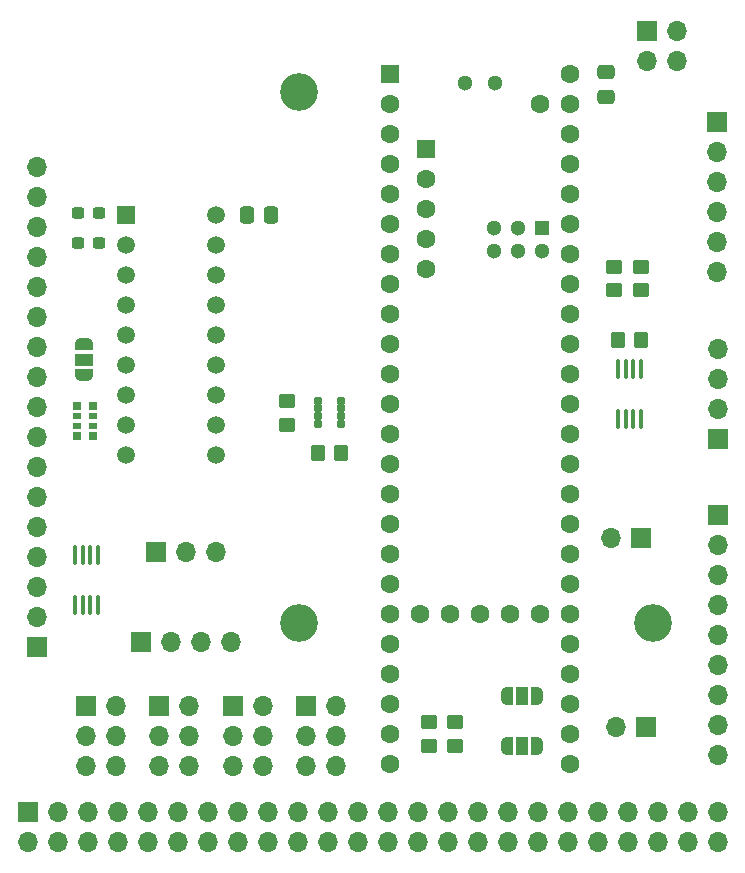
<source format=gbr>
%TF.GenerationSoftware,KiCad,Pcbnew,8.0.3*%
%TF.CreationDate,2025-02-12T02:25:28-08:00*%
%TF.ProjectId,MLU_Breakout,4d4c555f-4272-4656-916b-6f75742e6b69,rev?*%
%TF.SameCoordinates,Original*%
%TF.FileFunction,Soldermask,Top*%
%TF.FilePolarity,Negative*%
%FSLAX46Y46*%
G04 Gerber Fmt 4.6, Leading zero omitted, Abs format (unit mm)*
G04 Created by KiCad (PCBNEW 8.0.3) date 2025-02-12 02:25:28*
%MOMM*%
%LPD*%
G01*
G04 APERTURE LIST*
G04 Aperture macros list*
%AMRoundRect*
0 Rectangle with rounded corners*
0 $1 Rounding radius*
0 $2 $3 $4 $5 $6 $7 $8 $9 X,Y pos of 4 corners*
0 Add a 4 corners polygon primitive as box body*
4,1,4,$2,$3,$4,$5,$6,$7,$8,$9,$2,$3,0*
0 Add four circle primitives for the rounded corners*
1,1,$1+$1,$2,$3*
1,1,$1+$1,$4,$5*
1,1,$1+$1,$6,$7*
1,1,$1+$1,$8,$9*
0 Add four rect primitives between the rounded corners*
20,1,$1+$1,$2,$3,$4,$5,0*
20,1,$1+$1,$4,$5,$6,$7,0*
20,1,$1+$1,$6,$7,$8,$9,0*
20,1,$1+$1,$8,$9,$2,$3,0*%
%AMFreePoly0*
4,1,19,0.550000,-0.750000,0.000000,-0.750000,0.000000,-0.744911,-0.071157,-0.744911,-0.207708,-0.704816,-0.327430,-0.627875,-0.420627,-0.520320,-0.479746,-0.390866,-0.500000,-0.250000,-0.500000,0.250000,-0.479746,0.390866,-0.420627,0.520320,-0.327430,0.627875,-0.207708,0.704816,-0.071157,0.744911,0.000000,0.744911,0.000000,0.750000,0.550000,0.750000,0.550000,-0.750000,0.550000,-0.750000,
$1*%
%AMFreePoly1*
4,1,19,0.000000,0.744911,0.071157,0.744911,0.207708,0.704816,0.327430,0.627875,0.420627,0.520320,0.479746,0.390866,0.500000,0.250000,0.500000,-0.250000,0.479746,-0.390866,0.420627,-0.520320,0.327430,-0.627875,0.207708,-0.704816,0.071157,-0.744911,0.000000,-0.744911,0.000000,-0.750000,-0.550000,-0.750000,-0.550000,0.750000,0.000000,0.750000,0.000000,0.744911,0.000000,0.744911,
$1*%
G04 Aperture macros list end*
%ADD10RoundRect,0.076250X-0.248750X-0.228750X0.248750X-0.228750X0.248750X0.228750X-0.248750X0.228750X0*%
%ADD11O,1.700000X1.700000*%
%ADD12R,1.700000X1.700000*%
%ADD13RoundRect,0.100000X0.100000X-0.712500X0.100000X0.712500X-0.100000X0.712500X-0.100000X-0.712500X0*%
%ADD14R,0.700000X0.640000*%
%ADD15R,0.700000X0.500000*%
%ADD16RoundRect,0.250000X-0.350000X-0.450000X0.350000X-0.450000X0.350000X0.450000X-0.350000X0.450000X0*%
%ADD17RoundRect,0.250000X-0.450000X0.350000X-0.450000X-0.350000X0.450000X-0.350000X0.450000X0.350000X0*%
%ADD18FreePoly0,90.000000*%
%ADD19R,1.500000X1.000000*%
%ADD20FreePoly1,90.000000*%
%ADD21FreePoly0,180.000000*%
%ADD22R,1.000000X1.500000*%
%ADD23FreePoly1,180.000000*%
%ADD24RoundRect,0.250000X-0.475000X0.337500X-0.475000X-0.337500X0.475000X-0.337500X0.475000X0.337500X0*%
%ADD25RoundRect,0.250000X-0.337500X-0.475000X0.337500X-0.475000X0.337500X0.475000X-0.337500X0.475000X0*%
%ADD26RoundRect,0.237500X0.300000X0.237500X-0.300000X0.237500X-0.300000X-0.237500X0.300000X-0.237500X0*%
%ADD27R,1.498600X1.498600*%
%ADD28C,1.498600*%
%ADD29C,3.200000*%
%ADD30R,1.600000X1.600000*%
%ADD31C,1.600000*%
%ADD32R,1.300000X1.300000*%
%ADD33C,1.300000*%
G04 APERTURE END LIST*
D10*
%TO.C,U3*%
X168000000Y-96150000D03*
X168000000Y-96800000D03*
X168000000Y-97450000D03*
X168000000Y-98100000D03*
X166060000Y-98100000D03*
X166060000Y-97450000D03*
X166060000Y-96800000D03*
X166060000Y-96150000D03*
%TD*%
D11*
%TO.C,J10*%
X142200000Y-76400000D03*
X142200000Y-78940000D03*
X142200000Y-81480000D03*
X142200000Y-84020000D03*
X142200000Y-86560000D03*
X142200000Y-89100000D03*
X142200000Y-91640000D03*
X142200000Y-94180000D03*
X142200000Y-96720000D03*
X142200000Y-99260000D03*
X142200000Y-101800000D03*
X142200000Y-104340000D03*
X142200000Y-106880000D03*
X142200000Y-109420000D03*
X142200000Y-111960000D03*
X142200000Y-114500000D03*
D12*
X142200000Y-117040000D03*
%TD*%
D13*
%TO.C,U2*%
X145450000Y-113425000D03*
X146100000Y-113425000D03*
X146750000Y-113425000D03*
X147400000Y-113425000D03*
X147400000Y-109200000D03*
X146750000Y-109200000D03*
X146100000Y-109200000D03*
X145450000Y-109200000D03*
%TD*%
D14*
%TO.C,RN1*%
X147000000Y-99140000D03*
D15*
X147000000Y-98270000D03*
X147000000Y-97470000D03*
D14*
X147000000Y-96600000D03*
X145600000Y-96600000D03*
D15*
X145600000Y-97470000D03*
X145600000Y-98270000D03*
D14*
X145600000Y-99140000D03*
%TD*%
D16*
%TO.C,R7*%
X166000000Y-100600000D03*
X168000000Y-100600000D03*
%TD*%
D17*
%TO.C,R6*%
X163400000Y-96200000D03*
X163400000Y-98200000D03*
%TD*%
%TO.C,R5*%
X191050000Y-84800000D03*
X191050000Y-86800000D03*
%TD*%
%TO.C,R4*%
X193400000Y-84800000D03*
X193400000Y-86800000D03*
%TD*%
D16*
%TO.C,R3*%
X191400000Y-91000000D03*
X193400000Y-91000000D03*
%TD*%
D17*
%TO.C,R2*%
X177600000Y-123400000D03*
X177600000Y-125400000D03*
%TD*%
%TO.C,R1*%
X175400000Y-123400000D03*
X175400000Y-125400000D03*
%TD*%
D18*
%TO.C,JP3*%
X146200000Y-94000000D03*
D19*
X146200000Y-92700000D03*
D20*
X146200000Y-91400000D03*
%TD*%
D21*
%TO.C,JP2*%
X184600000Y-125400000D03*
D22*
X183300000Y-125400000D03*
D23*
X182000000Y-125400000D03*
%TD*%
D21*
%TO.C,JP1*%
X184600000Y-121200000D03*
D22*
X183300000Y-121200000D03*
D23*
X182000000Y-121200000D03*
%TD*%
D12*
%TO.C,J8*%
X193400000Y-107800000D03*
D11*
X190860000Y-107800000D03*
%TD*%
D12*
%TO.C,J6*%
X193825000Y-123800000D03*
D11*
X191285000Y-123800000D03*
%TD*%
D12*
%TO.C,J5*%
X151060000Y-116575000D03*
D11*
X153600000Y-116575000D03*
X156140000Y-116575000D03*
X158680000Y-116575000D03*
%TD*%
D12*
%TO.C,J4*%
X199882000Y-99420000D03*
D11*
X199882000Y-96880000D03*
X199882000Y-94340000D03*
X199882000Y-91800000D03*
%TD*%
D12*
%TO.C,J3*%
X199800000Y-72580000D03*
D11*
X199800000Y-75120000D03*
X199800000Y-77660000D03*
X199800000Y-80200000D03*
X199800000Y-82740000D03*
X199800000Y-85280000D03*
%TD*%
D12*
%TO.C,J2*%
X152275000Y-109000000D03*
D11*
X154815000Y-109000000D03*
X157355000Y-109000000D03*
%TD*%
D24*
%TO.C,C4*%
X190400000Y-68362500D03*
X190400000Y-70437500D03*
%TD*%
D25*
%TO.C,C3*%
X160000000Y-80400000D03*
X162075000Y-80400000D03*
%TD*%
D26*
%TO.C,C2*%
X147462500Y-80290000D03*
X145737500Y-80290000D03*
%TD*%
%TO.C,C1*%
X147462500Y-82800000D03*
X145737500Y-82800000D03*
%TD*%
D12*
%TO.C,J7*%
X193860000Y-64860000D03*
D11*
X196400000Y-64860000D03*
X193860000Y-67400000D03*
X196400000Y-67400000D03*
%TD*%
D12*
%TO.C,J20*%
X165000000Y-122000000D03*
D11*
X167540000Y-122000000D03*
X165000000Y-124540000D03*
X167540000Y-124540000D03*
X165000000Y-127080000D03*
X167540000Y-127080000D03*
%TD*%
D12*
%TO.C,J19*%
X152600000Y-122000000D03*
D11*
X155140000Y-122000000D03*
X152600000Y-124540000D03*
X155140000Y-124540000D03*
X152600000Y-127080000D03*
X155140000Y-127080000D03*
%TD*%
D12*
%TO.C,J18*%
X158800000Y-122000000D03*
D11*
X161340000Y-122000000D03*
X158800000Y-124540000D03*
X161340000Y-124540000D03*
X158800000Y-127080000D03*
X161340000Y-127080000D03*
%TD*%
D12*
%TO.C,J17*%
X146400000Y-122000000D03*
D11*
X148940000Y-122000000D03*
X146400000Y-124540000D03*
X148940000Y-124540000D03*
X146400000Y-127080000D03*
X148940000Y-127080000D03*
%TD*%
%TO.C,J9*%
X199857000Y-126170000D03*
X199857000Y-123630000D03*
X199857000Y-121090000D03*
X199857000Y-118550000D03*
X199857000Y-116010000D03*
X199857000Y-113470000D03*
X199857000Y-110930000D03*
X199857000Y-108390000D03*
D12*
X199857000Y-105850000D03*
%TD*%
D27*
%TO.C,U1*%
X149790000Y-80440000D03*
D28*
X149790000Y-82980000D03*
X149790000Y-85520000D03*
X149790000Y-88060000D03*
X149790000Y-90600000D03*
X149790000Y-93140000D03*
X149790000Y-95680000D03*
X149790000Y-98220000D03*
X149790000Y-100760000D03*
X157410000Y-100760000D03*
X157410000Y-98220000D03*
X157410000Y-95680000D03*
X157410000Y-93140000D03*
X157410000Y-90600000D03*
X157410000Y-88060000D03*
X157410000Y-85520000D03*
X157410000Y-82980000D03*
X157410000Y-80440000D03*
%TD*%
D13*
%TO.C,U5*%
X191425000Y-97712500D03*
X192075000Y-97712500D03*
X192725000Y-97712500D03*
X193375000Y-97712500D03*
X193375000Y-93487500D03*
X192725000Y-93487500D03*
X192075000Y-93487500D03*
X191425000Y-93487500D03*
%TD*%
D29*
%TO.C,H3*%
X164400000Y-115000000D03*
%TD*%
D30*
%TO.C,U4*%
X172160000Y-68540800D03*
D31*
X172160000Y-71080800D03*
X172160000Y-73620800D03*
X172160000Y-76160800D03*
X172160000Y-78700800D03*
X172160000Y-81240800D03*
X172160000Y-83780800D03*
X172160000Y-86320800D03*
X172160000Y-88860800D03*
X172160000Y-91400800D03*
X172160000Y-93940800D03*
X172160000Y-96480800D03*
X172160000Y-99020800D03*
X172160000Y-101560800D03*
X172160000Y-104100800D03*
X172160000Y-106640800D03*
X172160000Y-109180800D03*
X172160000Y-111720800D03*
X172160000Y-114260800D03*
X172160000Y-116800800D03*
X172160000Y-119340800D03*
X172160000Y-121880800D03*
X172160000Y-124420800D03*
X172160000Y-126960800D03*
X187400000Y-126960800D03*
X187400000Y-124420800D03*
X187400000Y-121880800D03*
X187400000Y-119340800D03*
X187400000Y-116800800D03*
X187400000Y-114260800D03*
X187400000Y-111720800D03*
X187400000Y-109180800D03*
X187400000Y-106640800D03*
X187400000Y-104100800D03*
X187400000Y-101560800D03*
X187400000Y-99020800D03*
X187400000Y-96480800D03*
X187400000Y-93940800D03*
X187400000Y-91400800D03*
X187400000Y-88860800D03*
X187400000Y-86320800D03*
X187400000Y-83780800D03*
X187400000Y-81240800D03*
X187400000Y-78700800D03*
X187400000Y-76160800D03*
X187400000Y-73620800D03*
X187400000Y-71080800D03*
X187400000Y-68540800D03*
X184860000Y-71080800D03*
X174700000Y-114260800D03*
X177240000Y-114260800D03*
X179780000Y-114260800D03*
X182320000Y-114260800D03*
X184860000Y-114260800D03*
D30*
X175210800Y-74840000D03*
D31*
X175210800Y-77380000D03*
X175210800Y-79920000D03*
X175210800Y-82460000D03*
X175210800Y-85000000D03*
D32*
X184961600Y-81510800D03*
D33*
X182961600Y-81510800D03*
X180961600Y-81510800D03*
X180961600Y-83510800D03*
X182961600Y-83510800D03*
X184961600Y-83510800D03*
X181050000Y-69270800D03*
X178510000Y-69270800D03*
%TD*%
D29*
%TO.C,H1*%
X194400000Y-115000000D03*
%TD*%
%TO.C,H4*%
X164400000Y-70000000D03*
%TD*%
D12*
%TO.C,J1*%
X141460000Y-131000000D03*
D11*
X141460000Y-133540000D03*
X144000000Y-131000000D03*
X144000000Y-133540000D03*
X146540000Y-131000000D03*
X146540000Y-133540000D03*
X149080000Y-131000000D03*
X149080000Y-133540000D03*
X151620000Y-131000000D03*
X151620000Y-133540000D03*
X154160000Y-131000000D03*
X154160000Y-133540000D03*
X156700000Y-131000000D03*
X156700000Y-133540000D03*
X159240000Y-131000000D03*
X159240000Y-133540000D03*
X161780000Y-131000000D03*
X161780000Y-133540000D03*
X164320000Y-131000000D03*
X164320000Y-133540000D03*
X166860000Y-131000000D03*
X166860000Y-133540000D03*
X169400000Y-131000000D03*
X169400000Y-133540000D03*
X171940000Y-131000000D03*
X171940000Y-133540000D03*
X174480000Y-131000000D03*
X174480000Y-133540000D03*
X177020000Y-131000000D03*
X177020000Y-133540000D03*
X179560000Y-131000000D03*
X179560000Y-133540000D03*
X182100000Y-131000000D03*
X182100000Y-133540000D03*
X184640000Y-131000000D03*
X184640000Y-133540000D03*
X187180000Y-131000000D03*
X187180000Y-133540000D03*
X189720000Y-131000000D03*
X189720000Y-133540000D03*
X192260000Y-131000000D03*
X192260000Y-133540000D03*
X194800000Y-131000000D03*
X194800000Y-133540000D03*
X197340000Y-131000000D03*
X197340000Y-133540000D03*
X199880000Y-131000000D03*
X199880000Y-133540000D03*
%TD*%
M02*

</source>
